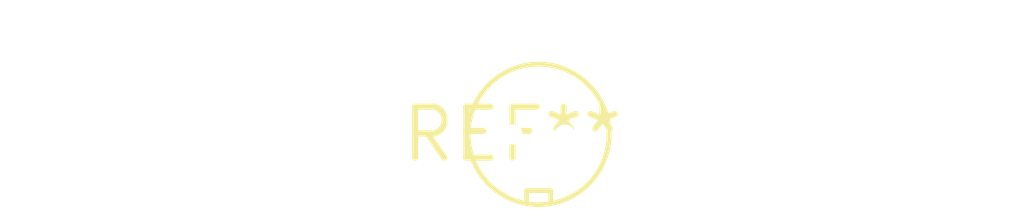
<source format=kicad_pcb>
(kicad_pcb (version 20240108) (generator pcbnew)
  (layers (0 "F.Cu" signal) (31 "B.Cu" signal) (34 "B.Paste" user) (35 "F.Paste" user) (36 "B.SilkS" user "B.Silkscreen") (37 "F.SilkS" user "F.Silkscreen") (38 "B.Mask" user) (39 "F.Mask" user) (44 "Edge.Cuts" user))
  (net 0 "")
  (footprint "LaserDiode_TO3.3-D3.3-3" (layer "F.Cu") (at 0 0)
    (property "Reference" "REF**")
    (property "Value" "LaserDiode_TO3.3-D3.3-3")
    (fp_line (start 0.35 1.4) (end 0.35 1.7) (layer "F.SilkS") (stroke (width 0.12)))
    (fp_line (start 0.95 1.4) (end 0.35 1.4) (layer "F.SilkS") (stroke (width 0.12)))
    (fp_line (start 0.95 1.7) (end 0.95 1.4) (layer "F.SilkS") (stroke (width 0.12)))
    (fp_circle (center 0.65 0) (end -1.1 0) (layer "F.SilkS") (stroke (width 0.12)) (fill none))
    (pad "1" thru_hole roundrect (at 0 0 45) (size 0.8 0.8) (drill 0.5) (layers *.Cu *.Mask) (remove_unused_layers))
    (pad "2" thru_hole circle (at 0.65 0.65) (size 0.8 0.8) (drill 0.5) (layers *.Cu *.Mask) (remove_unused_layers))
    (pad "3" thru_hole circle (at 1.3 0) (size 0.8 0.8) (drill 0.5) (layers *.Cu *.Mask) (remove_unused_layers))
  )
)
</source>
